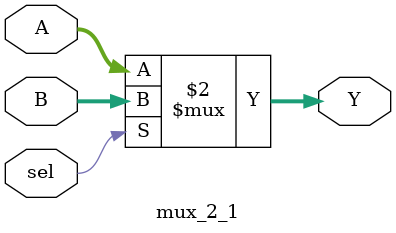
<source format=v>
`timescale 1ns / 1ps


module mux_2_1 # (parameter N = 4)(

    input [N-1:0] A,
    input [N-1:0] B, 
    input sel,
    output [N-1:0]Y
    );
    
    assign Y = (sel == 1'b1)? B:A;
    
endmodule

</source>
